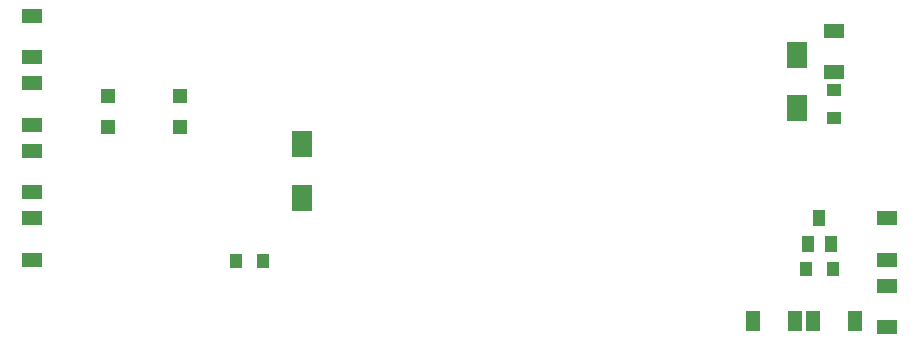
<source format=gbr>
G04 EAGLE Gerber X2 export*
%TF.Part,Single*%
%TF.FileFunction,Paste,Bot*%
%TF.FilePolarity,Positive*%
%TF.GenerationSoftware,Autodesk,EAGLE,8.6.0*%
%TF.CreationDate,2018-01-28T12:16:18Z*%
G75*
%MOMM*%
%FSLAX34Y34*%
%LPD*%
%AMOC8*
5,1,8,0,0,1.08239X$1,22.5*%
G01*
%ADD10R,1.200000X1.200000*%
%ADD11R,1.050000X1.300000*%
%ADD12R,1.300000X1.050000*%
%ADD13R,1.700000X2.200000*%
%ADD14R,1.700000X1.250000*%
%ADD15R,1.250000X1.700000*%
%ADD16R,1.000000X1.400000*%


D10*
X144800Y190200D03*
X144800Y216200D03*
X83800Y216200D03*
X83800Y190200D03*
D11*
X191450Y76200D03*
X214950Y76200D03*
D12*
X698500Y197800D03*
X698500Y221300D03*
D11*
X697550Y69850D03*
X674050Y69850D03*
D13*
X247650Y175250D03*
X247650Y129900D03*
X666750Y205750D03*
X666750Y251100D03*
D14*
X742950Y113000D03*
X742950Y77500D03*
X19050Y113000D03*
X19050Y77500D03*
X19050Y170150D03*
X19050Y134650D03*
X19050Y284450D03*
X19050Y248950D03*
X19050Y227300D03*
X19050Y191800D03*
X698500Y236250D03*
X698500Y271750D03*
D15*
X680750Y25400D03*
X716250Y25400D03*
X629950Y25400D03*
X665450Y25400D03*
D14*
X742950Y55850D03*
X742950Y20350D03*
D16*
X685800Y112600D03*
X676300Y90600D03*
X695300Y90600D03*
M02*

</source>
